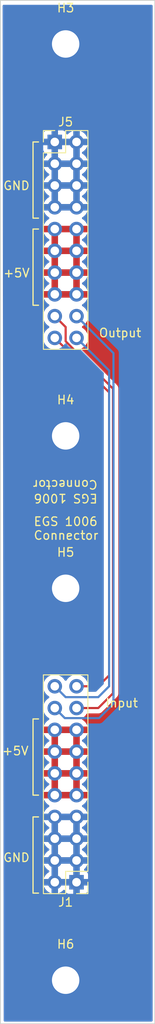
<source format=kicad_pcb>
(kicad_pcb (version 20240108) (generator "pcbnew") (generator_version "8.0")
  (title_block (title "Wooden Wall"))
  (layers (0 "F.Cu" signal) (31 "B.Cu" signal) (34 "B.Paste" user) (35 "F.Paste" user) (36 "B.SilkS" user "B.Silkscreen") (37 "F.SilkS" user "F.Silkscreen") (38 "B.Mask" user) (39 "F.Mask" user) (44 "Edge.Cuts" user))
  (net 0 "")
  (net 1 "GND")
  (net 2 "/LED_DIN")
  (net 3 "+5V")
  (net 4 "/Serial_IN")
  (net 5 "Net-(J1-Pin_19)")
  (net 6 "Net-(J1-Pin_17)")
  (footprint "MountingHole:MountingHole_3.2mm_M3_Pad" (layer "F.Cu") (at 81.28 120.65)
    (property "Reference" "H5" (at 0 -4.2 0) (layer "F.SilkS"))
    (property "Value" "MH")
    (pad "1" thru_hole circle (at 0 0) (size 6.4 6.4) (drill 3.2) (layers "*.Cu" "*.Mask") (net 1 "GND"))
  )
  (footprint "Connector_PinHeader_2.54mm:PinHeader_2x10_P2.54mm_Vertical" (layer "F.Cu") (at 82.55 154.94 180)
    (property "Reference" "J1" (at 1.27 -2.33 0) (layer "F.SilkS"))
    (property "Value" "Conn_02x10_Odd_Even")
    (fp_line (start 3.87 -1.33) (end 3.87 24.19) (stroke (width 0.12)) (layer "F.SilkS"))
    (fp_line (start 1.27 1.27) (end 1.27 -1.33) (stroke (width 0.12)) (layer "F.SilkS"))
    (fp_line (start 1.27 -1.33) (end 3.87 -1.33) (stroke (width 0.12)) (layer "F.SilkS"))
    (fp_line (start -1.33 24.19) (end 3.87 24.19) (stroke (width 0.12)) (layer "F.SilkS"))
    (fp_line (start -1.33 1.27) (end 1.27 1.27) (stroke (width 0.12)) (layer "F.SilkS"))
    (fp_line (start -1.33 1.27) (end -1.33 24.19) (stroke (width 0.12)) (layer "F.SilkS"))
    (fp_line (start -1.33 0) (end -1.33 -1.33) (stroke (width 0.12)) (layer "F.SilkS"))
    (fp_line (start -1.33 -1.33) (end 0 -1.33) (stroke (width 0.12)) (layer "F.SilkS"))
    (pad "1" thru_hole rect (at 0 0 180) (size 1.7 1.7) (drill 1) (layers "*.Cu" "*.Mask") (net 1 "GND"))
    (pad "2" thru_hole oval (at 2.54 0 180) (size 1.7 1.7) (drill 1) (layers "*.Cu" "*.Mask") (net 1 "GND"))
    (pad "3" thru_hole oval (at 0 2.54 180) (size 1.7 1.7) (drill 1) (layers "*.Cu" "*.Mask") (net 1 "GND"))
    (pad "4" thru_hole oval (at 2.54 2.54 180) (size 1.7 1.7) (drill 1) (layers "*.Cu" "*.Mask") (net 1 "GND"))
    (pad "5" thru_hole oval (at 0 5.08 180) (size 1.7 1.7) (drill 1) (layers "*.Cu" "*.Mask") (net 1 "GND"))
    (pad "6" thru_hole oval (at 2.54 5.08 180) (size 1.7 1.7) (drill 1) (layers "*.Cu" "*.Mask") (net 1 "GND"))
    (pad "7" thru_hole oval (at 0 7.62 180) (size 1.7 1.7) (drill 1) (layers "*.Cu" "*.Mask") (net 1 "GND"))
    (pad "8" thru_hole oval (at 2.54 7.62 180) (size 1.7 1.7) (drill 1) (layers "*.Cu" "*.Mask") (net 1 "GND"))
    (pad "9" thru_hole oval (at 0 10.16 180) (size 1.7 1.7) (drill 1) (layers "*.Cu" "*.Mask") (net 3 "+5V"))
    (pad "10" thru_hole oval (at 2.54 10.16 180) (size 1.7 1.7) (drill 1) (layers "*.Cu" "*.Mask") (net 3 "+5V"))
    (pad "11" thru_hole oval (at 0 12.7 180) (size 1.7 1.7) (drill 1) (layers "*.Cu" "*.Mask") (net 3 "+5V"))
    (pad "12" thru_hole oval (at 2.54 12.7 180) (size 1.7 1.7) (drill 1) (layers "*.Cu" "*.Mask") (net 3 "+5V"))
    (pad "13" thru_hole oval (at 0 15.24 180) (size 1.7 1.7) (drill 1) (layers "*.Cu" "*.Mask") (net 3 "+5V"))
    (pad "14" thru_hole oval (at 2.54 15.24 180) (size 1.7 1.7) (drill 1) (layers "*.Cu" "*.Mask") (net 3 "+5V"))
    (pad "15" thru_hole oval (at 0 17.78 180) (size 1.7 1.7) (drill 1) (layers "*.Cu" "*.Mask") (net 3 "+5V"))
    (pad "16" thru_hole oval (at 2.54 17.78 180) (size 1.7 1.7) (drill 1) (layers "*.Cu" "*.Mask") (net 3 "+5V"))
    (pad "17" thru_hole oval (at 0 20.32 180) (size 1.7 1.7) (drill 1) (layers "*.Cu" "*.Mask") (net 6 "Net-(J1-Pin_17)"))
    (pad "18" thru_hole oval (at 2.54 20.32 180) (size 1.7 1.7) (drill 1) (layers "*.Cu" "*.Mask") (net 4 "/Serial_IN"))
    (pad "19" thru_hole oval (at 0 22.86 180) (size 1.7 1.7) (drill 1) (layers "*.Cu" "*.Mask") (net 5 "Net-(J1-Pin_19)"))
    (pad "20" thru_hole oval (at 2.54 22.86 180) (size 1.7 1.7) (drill 1) (layers "*.Cu" "*.Mask") (net 2 "/LED_DIN"))
  )
  (footprint "MountingHole:MountingHole_3.2mm_M3_Pad" (layer "F.Cu") (at 81.28 166.37)
    (property "Reference" "H6" (at 0 -4.2 0) (layer "F.SilkS"))
    (property "Value" "MH")
    (pad "1" thru_hole circle (at 0 0) (size 6.4 6.4) (drill 3.2) (layers "*.Cu" "*.Mask") (net 1 "GND"))
  )
  (footprint "Connector_PinHeader_2.54mm:PinHeader_2x10_P2.54mm_Vertical" (layer "F.Cu") (at 80.01 68.58)
    (property "Reference" "J5" (at 1.27 -2.33 0) (layer "F.SilkS"))
    (property "Value" "Conn_02x10_Odd_Even")
    (fp_line (start -1.33 -1.33) (end 0 -1.33) (stroke (width 0.12)) (layer "F.SilkS"))
    (fp_line (start -1.33 0) (end -1.33 -1.33) (stroke (width 0.12)) (layer "F.SilkS"))
    (fp_line (start -1.33 1.27) (end -1.33 24.19) (stroke (width 0.12)) (layer "F.SilkS"))
    (fp_line (start -1.33 1.27) (end 1.27 1.27) (stroke (width 0.12)) (layer "F.SilkS"))
    (fp_line (start -1.33 24.19) (end 3.87 24.19) (stroke (width 0.12)) (layer "F.SilkS"))
    (fp_line (start 1.27 -1.33) (end 3.87 -1.33) (stroke (width 0.12)) (layer "F.SilkS"))
    (fp_line (start 1.27 1.27) (end 1.27 -1.33) (stroke (width 0.12)) (layer "F.SilkS"))
    (fp_line (start 3.87 -1.33) (end 3.87 24.19) (stroke (width 0.12)) (layer "F.SilkS"))
    (pad "1" thru_hole rect (at 0 0) (size 1.7 1.7) (drill 1) (layers "*.Cu" "*.Mask") (net 1 "GND"))
    (pad "2" thru_hole oval (at 2.54 0) (size 1.7 1.7) (drill 1) (layers "*.Cu" "*.Mask") (net 1 "GND"))
    (pad "3" thru_hole oval (at 0 2.54) (size 1.7 1.7) (drill 1) (layers "*.Cu" "*.Mask") (net 1 "GND"))
    (pad "4" thru_hole oval (at 2.54 2.54) (size 1.7 1.7) (drill 1) (layers "*.Cu" "*.Mask") (net 1 "GND"))
    (pad "5" thru_hole oval (at 0 5.08) (size 1.7 1.7) (drill 1) (layers "*.Cu" "*.Mask") (net 1 "GND"))
    (pad "6" thru_hole oval (at 2.54 5.08) (size 1.7 1.7) (drill 1) (layers "*.Cu" "*.Mask") (net 1 "GND"))
    (pad "7" thru_hole oval (at 0 7.62) (size 1.7 1.7) (drill 1) (layers "*.Cu" "*.Mask") (net 1 "GND"))
    (pad "8" thru_hole oval (at 2.54 7.62) (size 1.7 1.7) (drill 1) (layers "*.Cu" "*.Mask") (net 1 "GND"))
    (pad "9" thru_hole oval (at 0 10.16) (size 1.7 1.7) (drill 1) (layers "*.Cu" "*.Mask") (net 3 "+5V"))
    (pad "10" thru_hole oval (at 2.54 10.16) (size 1.7 1.7) (drill 1) (layers "*.Cu" "*.Mask") (net 3 "+5V"))
    (pad "11" thru_hole oval (at 0 12.7) (size 1.7 1.7) (drill 1) (layers "*.Cu" "*.Mask") (net 3 "+5V"))
    (pad "12" thru_hole oval (at 2.54 12.7) (size 1.7 1.7) (drill 1) (layers "*.Cu" "*.Mask") (net 3 "+5V"))
    (pad "13" thru_hole oval (at 0 15.24) (size 1.7 1.7) (drill 1) (layers "*.Cu" "*.Mask") (net 3 "+5V"))
    (pad "14" thru_hole oval (at 2.54 15.24) (size 1.7 1.7) (drill 1) (layers "*.Cu" "*.Mask") (net 3 "+5V"))
    (pad "15" thru_hole oval (at 0 17.78) (size 1.7 1.7) (drill 1) (layers "*.Cu" "*.Mask") (net 3 "+5V"))
    (pad "16" thru_hole oval (at 2.54 17.78) (size 1.7 1.7) (drill 1) (layers "*.Cu" "*.Mask") (net 3 "+5V"))
    (pad "17" thru_hole oval (at 0 20.32) (size 1.7 1.7) (drill 1) (layers "*.Cu" "*.Mask") (net 6 "Net-(J1-Pin_17)"))
    (pad "18" thru_hole oval (at 2.54 20.32) (size 1.7 1.7) (drill 1) (layers "*.Cu" "*.Mask") (net 4 "/Serial_IN"))
    (pad "19" thru_hole oval (at 0 22.86) (size 1.7 1.7) (drill 1) (layers "*.Cu" "*.Mask") (net 5 "Net-(J1-Pin_19)"))
    (pad "20" thru_hole oval (at 2.54 22.86) (size 1.7 1.7) (drill 1) (layers "*.Cu" "*.Mask") (net 2 "/LED_DIN"))
  )
  (footprint "MountingHole:MountingHole_3.2mm_M3_Pad" (layer "F.Cu") (at 81.28 102.87)
    (property "Reference" "H4" (at 0 -4.2 0) (layer "F.SilkS"))
    (property "Value" "MH")
    (pad "1" thru_hole circle (at 0 0) (size 6.4 6.4) (drill 3.2) (layers "*.Cu" "*.Mask") (net 1 "GND"))
  )
  (footprint "MountingHole:MountingHole_3.2mm_M3_Pad" (layer "F.Cu") (at 81.28 57.15)
    (property "Reference" "H3" (at 0 -4.2 0) (layer "F.SilkS"))
    (property "Value" "MH")
    (pad "1" thru_hole circle (at 0 0) (size 6.4 6.4) (drill 3.2) (layers "*.Cu" "*.Mask") (net 1 "GND"))
  )
  (gr_line (start 78.105 68.58) (end 77.47 68.58) (stroke (width 0.15)) (layer "F.SilkS"))
  (gr_line (start 78.105 78.74) (end 77.47 78.74) (stroke (width 0.15)) (layer "F.SilkS"))
  (gr_line (start 77.47 144.78) (end 78.105 144.78) (stroke (width 0.15)) (layer "F.SilkS"))
  (gr_line (start 77.47 68.58) (end 77.47 77.47) (stroke (width 0.15)) (layer "F.SilkS"))
  (gr_line (start 77.47 87.63) (end 78.105 87.63) (stroke (width 0.15)) (layer "F.SilkS"))
  (gr_line (start 77.47 78.74) (end 77.47 87.63) (stroke (width 0.15)) (layer "F.SilkS"))
  (gr_line (start 78.105 135.89) (end 77.47 135.89) (stroke (width 0.15)) (layer "F.SilkS"))
  (gr_line (start 77.47 135.89) (end 77.47 144.78) (stroke (width 0.15)) (layer "F.SilkS"))
  (gr_line (start 77.47 147.32) (end 77.47 156.21) (stroke (width 0.15)) (layer "F.SilkS"))
  (gr_line (start 77.47 156.21) (end 78.105 156.21) (stroke (width 0.15)) (layer "F.SilkS"))
  (gr_line (start 77.47 77.47) (end 78.105 77.47) (stroke (width 0.15)) (layer "F.SilkS"))
  (gr_line (start 78.105 147.32) (end 77.47 147.32) (stroke (width 0.15)) (layer "F.SilkS"))
  (gr_rect (start 73.66 52.07) (end 91.694 171.45) (stroke (width 0.1)) (fill none) (layer "Edge.Cuts"))
  (gr_text "\nInput" (at 85.852 134.62 0) (layer "F.SilkS") (effects (font (size 1 1)) (justify left bottom)))
  (gr_text "\nOutput" (at 85.09 91.44 0) (layer "F.SilkS") (effects (font (size 1 1)) (justify left bottom)))
  (gr_text "EGS 1006 \nConnector" (at 77.47 115.062 0) (layer "F.SilkS") (effects (font (size 1 1)) (justify left bottom)))
  (gr_text "+5V" (at 73.914 84.455 0) (layer "F.SilkS") (effects (font (size 1 1)) (justify left bottom)))
  (gr_text "GND" (at 73.914 152.654 0) (layer "F.SilkS") (effects (font (size 1 1)) (justify left bottom)))
  (gr_text "GND" (at 73.914 74.2696 0) (layer "F.SilkS") (effects (font (size 1 1)) (justify left bottom)))
  (gr_text "+5V" (at 73.787 140.208 0) (layer "F.SilkS") (effects (font (size 1 1)) (justify left bottom)))
  (gr_text "EGS 1006 \nConnector" (at 85.09 107.95 180) (layer "F.SilkS") (effects (font (size 1 1)) (justify left bottom)))
  (segment (start 86.36 95.25) (end 82.55 91.44) (width 0.25) (layer "B.Cu") (net 2))
  (segment (start 86.36 132.08) (end 86.36 95.25) (width 0.25) (layer "B.Cu") (net 2))
  (segment (start 80.01 132.08) (end 81.28 133.35) (width 0.25) (layer "B.Cu") (net 2))
  (segment (start 85.09 133.35) (end 86.36 132.08) (width 0.25) (layer "B.Cu") (net 2))
  (segment (start 81.28 133.35) (end 85.09 133.35) (width 0.25) (layer "B.Cu") (net 2))
  (segment (start 86.868 134.112) (end 86.868 93.218) (width 0.25) (layer "B.Cu") (net 4))
  (segment (start 80.01 134.62) (end 81.185 135.795) (width 0.25) (layer "B.Cu") (net 4))
  (segment (start 86.868 93.218) (end 82.55 88.9) (width 0.25) (layer "B.Cu") (net 4))
  (segment (start 85.185 135.795) (end 86.868 134.112) (width 0.25) (layer "B.Cu") (net 4))
  (segment (start 81.185 135.795) (end 85.185 135.795) (width 0.25) (layer "B.Cu") (net 4))
  (segment (start 85.09 132.08) (end 86.36 130.81) (width 0.25) (layer "F.Cu") (net 5))
  (segment (start 86.36 130.81) (end 86.36 97.79) (width 0.25) (layer "F.Cu") (net 5))
  (segment (start 86.36 97.79) (end 80.01 91.44) (width 0.25) (layer "F.Cu") (net 5))
  (segment (start 82.55 132.08) (end 85.09 132.08) (width 0.25) (layer "F.Cu") (net 5))
  (segment (start 86.81 132.9) (end 86.81 97.361701) (width 0.25) (layer "F.Cu") (net 6))
  (segment (start 81.28 90.17) (end 80.01 88.9) (width 0.25) (layer "F.Cu") (net 6))
  (segment (start 81.28 91.831701) (end 81.28 90.17) (width 0.25) (layer "F.Cu") (net 6))
  (segment (start 86.81 97.361701) (end 81.28 91.831701) (width 0.25) (layer "F.Cu") (net 6))
  (segment (start 85.09 134.62) (end 86.81 132.9) (width 0.25) (layer "F.Cu") (net 6))
  (segment (start 82.55 134.62) (end 85.09 134.62) (width 0.25) (layer "F.Cu") (net 6))
  (zone (net 3) (net_name "+5V") (layer "F.Cu") (priority 1) (connect_pads (clearance 0.5)) (min_thickness 0.25) (fill yes (thermal_gap 0.5) (thermal_bridge_width 0.762))
    (polygon (pts (xy 73.914 52.578) (xy 74.041 171.195697) (xy 91.44 171.195697) (xy 91.44 52.578)))
  )
  (zone (net 1) (net_name "GND") (layer "B.Cu") (connect_pads (clearance 0.5)) (min_thickness 0.25) (fill yes (thermal_gap 0.5) (thermal_bridge_width 0.762))
    (polygon (pts (xy 73.914 52.578) (xy 74.041 171.195932) (xy 91.44 171.196) (xy 91.44 52.578)))
  )
)
</source>
